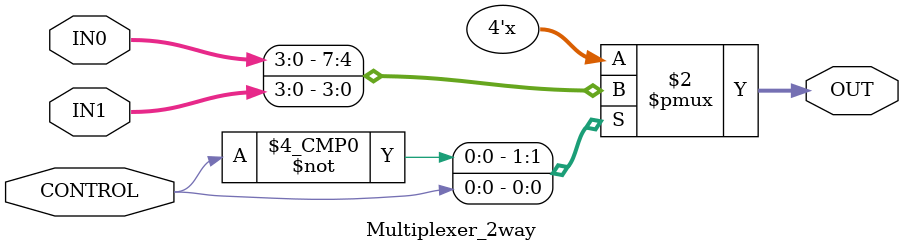
<source format=v>
`timescale 1ns / 1ps


module Multiplexer_2way(
        input CONTROL,
        input [3:0] IN0,
        input [3:0] IN1,
        output reg [3:0] OUT
    );
    
    always@(*)
        begin
            case (CONTROL)
                1'b0 : OUT <= IN0;
                1'b1 : OUT <= IN1;
                default : OUT <= 5'b0000;
        endcase
    end
endmodule

</source>
